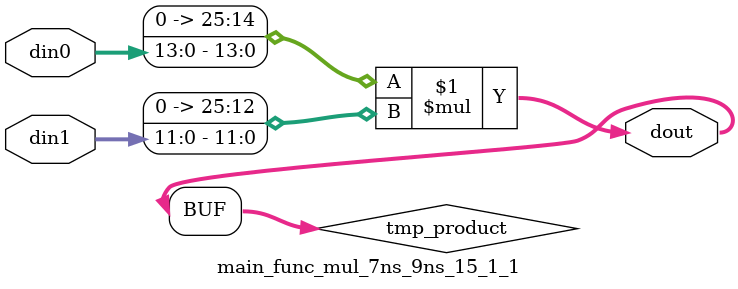
<source format=v>

`timescale 1 ns / 1 ps

  module main_func_mul_7ns_9ns_15_1_1(din0, din1, dout);
parameter ID = 1;
parameter NUM_STAGE = 0;
parameter din0_WIDTH = 14;
parameter din1_WIDTH = 12;
parameter dout_WIDTH = 26;

input [din0_WIDTH - 1 : 0] din0; 
input [din1_WIDTH - 1 : 0] din1; 
output [dout_WIDTH - 1 : 0] dout;

wire signed [dout_WIDTH - 1 : 0] tmp_product;










assign tmp_product = $signed({1'b0, din0}) * $signed({1'b0, din1});











assign dout = tmp_product;







endmodule

</source>
